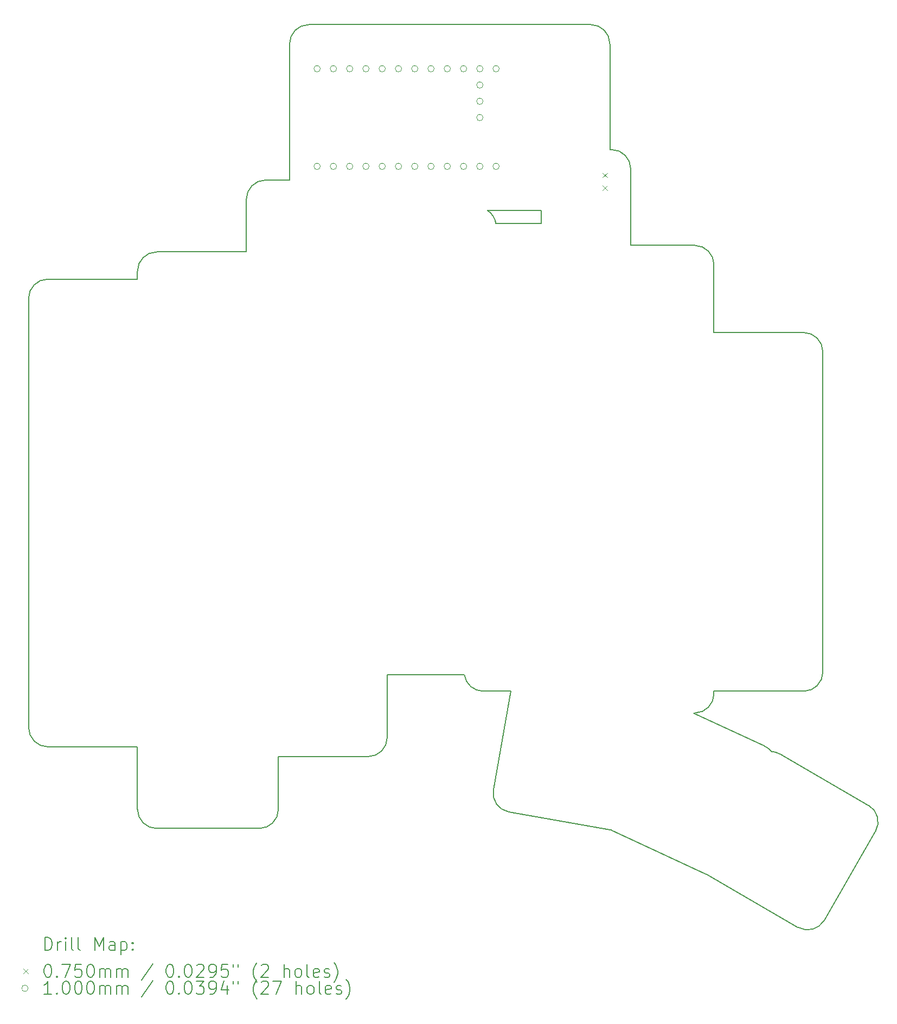
<source format=gbr>
%TF.GenerationSoftware,KiCad,Pcbnew,8.0.8+1*%
%TF.CreationDate,2025-08-10T15:44:02+00:00*%
%TF.ProjectId,left_pcb,6c656674-5f70-4636-922e-6b696361645f,v0.2*%
%TF.SameCoordinates,Original*%
%TF.FileFunction,Drillmap*%
%TF.FilePolarity,Positive*%
%FSLAX45Y45*%
G04 Gerber Fmt 4.5, Leading zero omitted, Abs format (unit mm)*
G04 Created by KiCad (PCBNEW 8.0.8+1) date 2025-08-10 15:44:02*
%MOMM*%
%LPD*%
G01*
G04 APERTURE LIST*
%ADD10C,0.150000*%
%ADD11C,0.200000*%
%ADD12C,0.100000*%
G04 APERTURE END LIST*
D10*
X6300000Y-15375000D02*
X6300000Y-14553000D01*
X2700000Y-14400000D02*
X4100000Y-14400000D01*
X14795804Y-11583000D02*
G75*
G02*
X14800001Y-11633000I-295764J-50000D01*
G01*
X9500000Y-13533000D02*
G75*
G02*
X9203394Y-13278000I0J300000D01*
G01*
X13100000Y-13573000D02*
G75*
G02*
X12800000Y-13873000I-300000J0D01*
G01*
X13100000Y-13573000D02*
X13100000Y-13533000D01*
X9926778Y-13533000D02*
X9655793Y-15069833D01*
X13026510Y-16417645D02*
G75*
G02*
X12993850Y-16395819I150030J259855D01*
G01*
X12800000Y-6573000D02*
X11800000Y-6573000D01*
X13100000Y-7933000D02*
X13100000Y-6873000D01*
X14821958Y-17107837D02*
X15621958Y-15722197D01*
X6475000Y-5553000D02*
X6100000Y-5553000D01*
X2404196Y-12450000D02*
G75*
G02*
X2399999Y-12400000I295764J50000D01*
G01*
X4100000Y-6975000D02*
G75*
G02*
X4400000Y-6675000I300000J0D01*
G01*
X4100000Y-7100000D02*
X2700000Y-7100000D01*
X14821958Y-17107837D02*
G75*
G02*
X14412150Y-17217647I-259808J149997D01*
G01*
X10400000Y-6233000D02*
X9696606Y-6233000D01*
X4400000Y-15675000D02*
G75*
G02*
X4100000Y-15375000I0J300000D01*
G01*
X11800000Y-6573000D02*
X11800000Y-5377000D01*
X4100000Y-6975000D02*
X4100000Y-7100000D01*
X12783205Y-13873000D02*
X12800000Y-13873000D01*
X11175000Y-3127000D02*
G75*
G02*
X11475000Y-3427000I0J-300000D01*
G01*
X2400000Y-10800000D02*
G75*
G02*
X2404196Y-10750000I300020J0D01*
G01*
X6300000Y-15375000D02*
G75*
G02*
X6000000Y-15675000I-300000J0D01*
G01*
X4100000Y-14400000D02*
X4100000Y-15375000D01*
X2400000Y-9100000D02*
G75*
G02*
X2404196Y-9050000I300020J0D01*
G01*
X14800000Y-13233000D02*
X14800000Y-11633000D01*
X11507146Y-15705395D02*
G75*
G02*
X11491809Y-15697702I126574J271465D01*
G01*
X14800000Y-11533000D02*
X14800000Y-9933000D01*
X2404196Y-9050000D02*
G75*
G02*
X2399999Y-9000000I295764J50000D01*
G01*
X14800000Y-11533000D02*
G75*
G02*
X14795804Y-11583000I-300020J0D01*
G01*
X8000000Y-14253000D02*
G75*
G02*
X7700000Y-14553000I-300000J0D01*
G01*
X2400000Y-12500000D02*
G75*
G02*
X2404196Y-12450000I300020J0D01*
G01*
X6300000Y-14553000D02*
X7700000Y-14553000D01*
X2400000Y-7400000D02*
G75*
G02*
X2700000Y-7100000I300000J0D01*
G01*
X11475000Y-5077000D02*
X11475000Y-3427000D01*
X14800000Y-9833000D02*
G75*
G02*
X14795804Y-9883000I-300020J0D01*
G01*
X15512151Y-15312389D02*
X14126510Y-14512389D01*
X6475000Y-3427000D02*
G75*
G02*
X6775000Y-3127000I300000J0D01*
G01*
X4400000Y-15675000D02*
X6000000Y-15675000D01*
X2404196Y-10750000D02*
G75*
G02*
X2399999Y-10700000I295764J50000D01*
G01*
X11507146Y-15705395D02*
X12957239Y-16381585D01*
X14500000Y-7933000D02*
G75*
G02*
X14800000Y-8233000I0J-300000D01*
G01*
X2400000Y-12500000D02*
X2400000Y-14100000D01*
X2700000Y-14400000D02*
G75*
G02*
X2400000Y-14100000I0J300000D01*
G01*
X11500000Y-5077000D02*
X11475000Y-5077000D01*
X11175000Y-3127000D02*
X6775000Y-3127000D01*
X2400000Y-7400000D02*
X2400000Y-9000000D01*
X9564314Y-6027000D02*
X10400000Y-6027000D01*
X14500000Y-7933000D02*
X13100000Y-7933000D01*
X5800000Y-5853000D02*
X5800000Y-6675000D01*
X13100000Y-13533000D02*
X14500000Y-13533000D01*
X14800000Y-9833000D02*
X14800000Y-8233000D01*
X12993850Y-16395819D02*
G75*
G02*
X12957239Y-16381585I90210J286229D01*
G01*
X12800000Y-6573000D02*
G75*
G02*
X13100000Y-6873000I0J-300000D01*
G01*
X8000000Y-13278000D02*
X9203394Y-13278000D01*
X10400000Y-6027000D02*
X10400000Y-6233000D01*
X9899141Y-15417370D02*
X11474833Y-15695207D01*
X11500000Y-5077000D02*
G75*
G02*
X11800000Y-5377000I0J-300000D01*
G01*
X5800000Y-5853000D02*
G75*
G02*
X6100000Y-5553000I300000J0D01*
G01*
X13886999Y-14387707D02*
G75*
G02*
X13994931Y-14472762I-126799J-271913D01*
G01*
X14800000Y-13233000D02*
G75*
G02*
X14500000Y-13533000I-300000J0D01*
G01*
X9564314Y-6027000D02*
G75*
G02*
X9696606Y-6233000I-164314J-251000D01*
G01*
X14795804Y-9883000D02*
G75*
G02*
X14800001Y-9933000I-295764J-50000D01*
G01*
X5800000Y-6675000D02*
X4400000Y-6675000D01*
X8000000Y-14253000D02*
X8000000Y-13278000D01*
X13886999Y-14387707D02*
X12783205Y-13873000D01*
X2400000Y-9100000D02*
X2400000Y-10700000D01*
X11491809Y-15697702D02*
G75*
G02*
X11474833Y-15695207I35101J297802D01*
G01*
X9899141Y-15417370D02*
G75*
G02*
X9655796Y-15069834I52109J295450D01*
G01*
X2400000Y-10800000D02*
X2400000Y-12400000D01*
X13026510Y-16417645D02*
X14412151Y-17217645D01*
X15512151Y-15312389D02*
G75*
G02*
X15621965Y-15722201I-149991J-259811D01*
G01*
X6475000Y-3427000D02*
X6475000Y-5553000D01*
X9500000Y-13533000D02*
X9926778Y-13533000D01*
X13994930Y-14472763D02*
G75*
G02*
X14126510Y-14512390I-18420J-299427D01*
G01*
D11*
D12*
X11362500Y-5439500D02*
X11437500Y-5514500D01*
X11437500Y-5439500D02*
X11362500Y-5514500D01*
X11362500Y-5639500D02*
X11437500Y-5714500D01*
X11437500Y-5639500D02*
X11362500Y-5714500D01*
X6955000Y-3815000D02*
G75*
G02*
X6855000Y-3815000I-50000J0D01*
G01*
X6855000Y-3815000D02*
G75*
G02*
X6955000Y-3815000I50000J0D01*
G01*
X6955000Y-5339000D02*
G75*
G02*
X6855000Y-5339000I-50000J0D01*
G01*
X6855000Y-5339000D02*
G75*
G02*
X6955000Y-5339000I50000J0D01*
G01*
X7209000Y-3815000D02*
G75*
G02*
X7109000Y-3815000I-50000J0D01*
G01*
X7109000Y-3815000D02*
G75*
G02*
X7209000Y-3815000I50000J0D01*
G01*
X7209000Y-5339000D02*
G75*
G02*
X7109000Y-5339000I-50000J0D01*
G01*
X7109000Y-5339000D02*
G75*
G02*
X7209000Y-5339000I50000J0D01*
G01*
X7463000Y-3815000D02*
G75*
G02*
X7363000Y-3815000I-50000J0D01*
G01*
X7363000Y-3815000D02*
G75*
G02*
X7463000Y-3815000I50000J0D01*
G01*
X7463000Y-5339000D02*
G75*
G02*
X7363000Y-5339000I-50000J0D01*
G01*
X7363000Y-5339000D02*
G75*
G02*
X7463000Y-5339000I50000J0D01*
G01*
X7717000Y-3815000D02*
G75*
G02*
X7617000Y-3815000I-50000J0D01*
G01*
X7617000Y-3815000D02*
G75*
G02*
X7717000Y-3815000I50000J0D01*
G01*
X7717000Y-5339000D02*
G75*
G02*
X7617000Y-5339000I-50000J0D01*
G01*
X7617000Y-5339000D02*
G75*
G02*
X7717000Y-5339000I50000J0D01*
G01*
X7971000Y-3815000D02*
G75*
G02*
X7871000Y-3815000I-50000J0D01*
G01*
X7871000Y-3815000D02*
G75*
G02*
X7971000Y-3815000I50000J0D01*
G01*
X7971000Y-5339000D02*
G75*
G02*
X7871000Y-5339000I-50000J0D01*
G01*
X7871000Y-5339000D02*
G75*
G02*
X7971000Y-5339000I50000J0D01*
G01*
X8225000Y-3815000D02*
G75*
G02*
X8125000Y-3815000I-50000J0D01*
G01*
X8125000Y-3815000D02*
G75*
G02*
X8225000Y-3815000I50000J0D01*
G01*
X8225000Y-5339000D02*
G75*
G02*
X8125000Y-5339000I-50000J0D01*
G01*
X8125000Y-5339000D02*
G75*
G02*
X8225000Y-5339000I50000J0D01*
G01*
X8479000Y-3815000D02*
G75*
G02*
X8379000Y-3815000I-50000J0D01*
G01*
X8379000Y-3815000D02*
G75*
G02*
X8479000Y-3815000I50000J0D01*
G01*
X8479000Y-5339000D02*
G75*
G02*
X8379000Y-5339000I-50000J0D01*
G01*
X8379000Y-5339000D02*
G75*
G02*
X8479000Y-5339000I50000J0D01*
G01*
X8733000Y-3815000D02*
G75*
G02*
X8633000Y-3815000I-50000J0D01*
G01*
X8633000Y-3815000D02*
G75*
G02*
X8733000Y-3815000I50000J0D01*
G01*
X8733000Y-5339000D02*
G75*
G02*
X8633000Y-5339000I-50000J0D01*
G01*
X8633000Y-5339000D02*
G75*
G02*
X8733000Y-5339000I50000J0D01*
G01*
X8987000Y-3815000D02*
G75*
G02*
X8887000Y-3815000I-50000J0D01*
G01*
X8887000Y-3815000D02*
G75*
G02*
X8987000Y-3815000I50000J0D01*
G01*
X8987000Y-5339000D02*
G75*
G02*
X8887000Y-5339000I-50000J0D01*
G01*
X8887000Y-5339000D02*
G75*
G02*
X8987000Y-5339000I50000J0D01*
G01*
X9241000Y-3815000D02*
G75*
G02*
X9141000Y-3815000I-50000J0D01*
G01*
X9141000Y-3815000D02*
G75*
G02*
X9241000Y-3815000I50000J0D01*
G01*
X9241000Y-5339000D02*
G75*
G02*
X9141000Y-5339000I-50000J0D01*
G01*
X9141000Y-5339000D02*
G75*
G02*
X9241000Y-5339000I50000J0D01*
G01*
X9495000Y-3815000D02*
G75*
G02*
X9395000Y-3815000I-50000J0D01*
G01*
X9395000Y-3815000D02*
G75*
G02*
X9495000Y-3815000I50000J0D01*
G01*
X9495000Y-4069000D02*
G75*
G02*
X9395000Y-4069000I-50000J0D01*
G01*
X9395000Y-4069000D02*
G75*
G02*
X9495000Y-4069000I50000J0D01*
G01*
X9495000Y-4323000D02*
G75*
G02*
X9395000Y-4323000I-50000J0D01*
G01*
X9395000Y-4323000D02*
G75*
G02*
X9495000Y-4323000I50000J0D01*
G01*
X9495000Y-4577000D02*
G75*
G02*
X9395000Y-4577000I-50000J0D01*
G01*
X9395000Y-4577000D02*
G75*
G02*
X9495000Y-4577000I50000J0D01*
G01*
X9495000Y-5339000D02*
G75*
G02*
X9395000Y-5339000I-50000J0D01*
G01*
X9395000Y-5339000D02*
G75*
G02*
X9495000Y-5339000I50000J0D01*
G01*
X9749000Y-3815000D02*
G75*
G02*
X9649000Y-3815000I-50000J0D01*
G01*
X9649000Y-3815000D02*
G75*
G02*
X9749000Y-3815000I50000J0D01*
G01*
X9749000Y-5339000D02*
G75*
G02*
X9649000Y-5339000I-50000J0D01*
G01*
X9649000Y-5339000D02*
G75*
G02*
X9749000Y-5339000I50000J0D01*
G01*
D11*
X2653277Y-17576823D02*
X2653277Y-17376823D01*
X2653277Y-17376823D02*
X2700896Y-17376823D01*
X2700896Y-17376823D02*
X2729467Y-17386347D01*
X2729467Y-17386347D02*
X2748515Y-17405395D01*
X2748515Y-17405395D02*
X2758039Y-17424442D01*
X2758039Y-17424442D02*
X2767563Y-17462537D01*
X2767563Y-17462537D02*
X2767563Y-17491109D01*
X2767563Y-17491109D02*
X2758039Y-17529204D01*
X2758039Y-17529204D02*
X2748515Y-17548252D01*
X2748515Y-17548252D02*
X2729467Y-17567299D01*
X2729467Y-17567299D02*
X2700896Y-17576823D01*
X2700896Y-17576823D02*
X2653277Y-17576823D01*
X2853277Y-17576823D02*
X2853277Y-17443490D01*
X2853277Y-17481585D02*
X2862801Y-17462537D01*
X2862801Y-17462537D02*
X2872324Y-17453014D01*
X2872324Y-17453014D02*
X2891372Y-17443490D01*
X2891372Y-17443490D02*
X2910420Y-17443490D01*
X2977086Y-17576823D02*
X2977086Y-17443490D01*
X2977086Y-17376823D02*
X2967562Y-17386347D01*
X2967562Y-17386347D02*
X2977086Y-17395871D01*
X2977086Y-17395871D02*
X2986610Y-17386347D01*
X2986610Y-17386347D02*
X2977086Y-17376823D01*
X2977086Y-17376823D02*
X2977086Y-17395871D01*
X3100896Y-17576823D02*
X3081848Y-17567299D01*
X3081848Y-17567299D02*
X3072324Y-17548252D01*
X3072324Y-17548252D02*
X3072324Y-17376823D01*
X3205658Y-17576823D02*
X3186610Y-17567299D01*
X3186610Y-17567299D02*
X3177086Y-17548252D01*
X3177086Y-17548252D02*
X3177086Y-17376823D01*
X3434229Y-17576823D02*
X3434229Y-17376823D01*
X3434229Y-17376823D02*
X3500896Y-17519680D01*
X3500896Y-17519680D02*
X3567562Y-17376823D01*
X3567562Y-17376823D02*
X3567562Y-17576823D01*
X3748515Y-17576823D02*
X3748515Y-17472061D01*
X3748515Y-17472061D02*
X3738991Y-17453014D01*
X3738991Y-17453014D02*
X3719943Y-17443490D01*
X3719943Y-17443490D02*
X3681848Y-17443490D01*
X3681848Y-17443490D02*
X3662801Y-17453014D01*
X3748515Y-17567299D02*
X3729467Y-17576823D01*
X3729467Y-17576823D02*
X3681848Y-17576823D01*
X3681848Y-17576823D02*
X3662801Y-17567299D01*
X3662801Y-17567299D02*
X3653277Y-17548252D01*
X3653277Y-17548252D02*
X3653277Y-17529204D01*
X3653277Y-17529204D02*
X3662801Y-17510156D01*
X3662801Y-17510156D02*
X3681848Y-17500633D01*
X3681848Y-17500633D02*
X3729467Y-17500633D01*
X3729467Y-17500633D02*
X3748515Y-17491109D01*
X3843753Y-17443490D02*
X3843753Y-17643490D01*
X3843753Y-17453014D02*
X3862801Y-17443490D01*
X3862801Y-17443490D02*
X3900896Y-17443490D01*
X3900896Y-17443490D02*
X3919943Y-17453014D01*
X3919943Y-17453014D02*
X3929467Y-17462537D01*
X3929467Y-17462537D02*
X3938991Y-17481585D01*
X3938991Y-17481585D02*
X3938991Y-17538728D01*
X3938991Y-17538728D02*
X3929467Y-17557775D01*
X3929467Y-17557775D02*
X3919943Y-17567299D01*
X3919943Y-17567299D02*
X3900896Y-17576823D01*
X3900896Y-17576823D02*
X3862801Y-17576823D01*
X3862801Y-17576823D02*
X3843753Y-17567299D01*
X4024705Y-17557775D02*
X4034229Y-17567299D01*
X4034229Y-17567299D02*
X4024705Y-17576823D01*
X4024705Y-17576823D02*
X4015182Y-17567299D01*
X4015182Y-17567299D02*
X4024705Y-17557775D01*
X4024705Y-17557775D02*
X4024705Y-17576823D01*
X4024705Y-17453014D02*
X4034229Y-17462537D01*
X4034229Y-17462537D02*
X4024705Y-17472061D01*
X4024705Y-17472061D02*
X4015182Y-17462537D01*
X4015182Y-17462537D02*
X4024705Y-17453014D01*
X4024705Y-17453014D02*
X4024705Y-17472061D01*
D12*
X2317500Y-17867839D02*
X2392500Y-17942839D01*
X2392500Y-17867839D02*
X2317500Y-17942839D01*
D11*
X2691372Y-17796823D02*
X2710420Y-17796823D01*
X2710420Y-17796823D02*
X2729467Y-17806347D01*
X2729467Y-17806347D02*
X2738991Y-17815871D01*
X2738991Y-17815871D02*
X2748515Y-17834918D01*
X2748515Y-17834918D02*
X2758039Y-17873014D01*
X2758039Y-17873014D02*
X2758039Y-17920633D01*
X2758039Y-17920633D02*
X2748515Y-17958728D01*
X2748515Y-17958728D02*
X2738991Y-17977775D01*
X2738991Y-17977775D02*
X2729467Y-17987299D01*
X2729467Y-17987299D02*
X2710420Y-17996823D01*
X2710420Y-17996823D02*
X2691372Y-17996823D01*
X2691372Y-17996823D02*
X2672324Y-17987299D01*
X2672324Y-17987299D02*
X2662801Y-17977775D01*
X2662801Y-17977775D02*
X2653277Y-17958728D01*
X2653277Y-17958728D02*
X2643753Y-17920633D01*
X2643753Y-17920633D02*
X2643753Y-17873014D01*
X2643753Y-17873014D02*
X2653277Y-17834918D01*
X2653277Y-17834918D02*
X2662801Y-17815871D01*
X2662801Y-17815871D02*
X2672324Y-17806347D01*
X2672324Y-17806347D02*
X2691372Y-17796823D01*
X2843753Y-17977775D02*
X2853277Y-17987299D01*
X2853277Y-17987299D02*
X2843753Y-17996823D01*
X2843753Y-17996823D02*
X2834229Y-17987299D01*
X2834229Y-17987299D02*
X2843753Y-17977775D01*
X2843753Y-17977775D02*
X2843753Y-17996823D01*
X2919943Y-17796823D02*
X3053277Y-17796823D01*
X3053277Y-17796823D02*
X2967562Y-17996823D01*
X3224705Y-17796823D02*
X3129467Y-17796823D01*
X3129467Y-17796823D02*
X3119943Y-17892061D01*
X3119943Y-17892061D02*
X3129467Y-17882537D01*
X3129467Y-17882537D02*
X3148515Y-17873014D01*
X3148515Y-17873014D02*
X3196134Y-17873014D01*
X3196134Y-17873014D02*
X3215182Y-17882537D01*
X3215182Y-17882537D02*
X3224705Y-17892061D01*
X3224705Y-17892061D02*
X3234229Y-17911109D01*
X3234229Y-17911109D02*
X3234229Y-17958728D01*
X3234229Y-17958728D02*
X3224705Y-17977775D01*
X3224705Y-17977775D02*
X3215182Y-17987299D01*
X3215182Y-17987299D02*
X3196134Y-17996823D01*
X3196134Y-17996823D02*
X3148515Y-17996823D01*
X3148515Y-17996823D02*
X3129467Y-17987299D01*
X3129467Y-17987299D02*
X3119943Y-17977775D01*
X3358039Y-17796823D02*
X3377086Y-17796823D01*
X3377086Y-17796823D02*
X3396134Y-17806347D01*
X3396134Y-17806347D02*
X3405658Y-17815871D01*
X3405658Y-17815871D02*
X3415182Y-17834918D01*
X3415182Y-17834918D02*
X3424705Y-17873014D01*
X3424705Y-17873014D02*
X3424705Y-17920633D01*
X3424705Y-17920633D02*
X3415182Y-17958728D01*
X3415182Y-17958728D02*
X3405658Y-17977775D01*
X3405658Y-17977775D02*
X3396134Y-17987299D01*
X3396134Y-17987299D02*
X3377086Y-17996823D01*
X3377086Y-17996823D02*
X3358039Y-17996823D01*
X3358039Y-17996823D02*
X3338991Y-17987299D01*
X3338991Y-17987299D02*
X3329467Y-17977775D01*
X3329467Y-17977775D02*
X3319943Y-17958728D01*
X3319943Y-17958728D02*
X3310420Y-17920633D01*
X3310420Y-17920633D02*
X3310420Y-17873014D01*
X3310420Y-17873014D02*
X3319943Y-17834918D01*
X3319943Y-17834918D02*
X3329467Y-17815871D01*
X3329467Y-17815871D02*
X3338991Y-17806347D01*
X3338991Y-17806347D02*
X3358039Y-17796823D01*
X3510420Y-17996823D02*
X3510420Y-17863490D01*
X3510420Y-17882537D02*
X3519943Y-17873014D01*
X3519943Y-17873014D02*
X3538991Y-17863490D01*
X3538991Y-17863490D02*
X3567563Y-17863490D01*
X3567563Y-17863490D02*
X3586610Y-17873014D01*
X3586610Y-17873014D02*
X3596134Y-17892061D01*
X3596134Y-17892061D02*
X3596134Y-17996823D01*
X3596134Y-17892061D02*
X3605658Y-17873014D01*
X3605658Y-17873014D02*
X3624705Y-17863490D01*
X3624705Y-17863490D02*
X3653277Y-17863490D01*
X3653277Y-17863490D02*
X3672324Y-17873014D01*
X3672324Y-17873014D02*
X3681848Y-17892061D01*
X3681848Y-17892061D02*
X3681848Y-17996823D01*
X3777086Y-17996823D02*
X3777086Y-17863490D01*
X3777086Y-17882537D02*
X3786610Y-17873014D01*
X3786610Y-17873014D02*
X3805658Y-17863490D01*
X3805658Y-17863490D02*
X3834229Y-17863490D01*
X3834229Y-17863490D02*
X3853277Y-17873014D01*
X3853277Y-17873014D02*
X3862801Y-17892061D01*
X3862801Y-17892061D02*
X3862801Y-17996823D01*
X3862801Y-17892061D02*
X3872324Y-17873014D01*
X3872324Y-17873014D02*
X3891372Y-17863490D01*
X3891372Y-17863490D02*
X3919943Y-17863490D01*
X3919943Y-17863490D02*
X3938991Y-17873014D01*
X3938991Y-17873014D02*
X3948515Y-17892061D01*
X3948515Y-17892061D02*
X3948515Y-17996823D01*
X4338991Y-17787299D02*
X4167563Y-18044442D01*
X4596134Y-17796823D02*
X4615182Y-17796823D01*
X4615182Y-17796823D02*
X4634229Y-17806347D01*
X4634229Y-17806347D02*
X4643753Y-17815871D01*
X4643753Y-17815871D02*
X4653277Y-17834918D01*
X4653277Y-17834918D02*
X4662801Y-17873014D01*
X4662801Y-17873014D02*
X4662801Y-17920633D01*
X4662801Y-17920633D02*
X4653277Y-17958728D01*
X4653277Y-17958728D02*
X4643753Y-17977775D01*
X4643753Y-17977775D02*
X4634229Y-17987299D01*
X4634229Y-17987299D02*
X4615182Y-17996823D01*
X4615182Y-17996823D02*
X4596134Y-17996823D01*
X4596134Y-17996823D02*
X4577087Y-17987299D01*
X4577087Y-17987299D02*
X4567563Y-17977775D01*
X4567563Y-17977775D02*
X4558039Y-17958728D01*
X4558039Y-17958728D02*
X4548515Y-17920633D01*
X4548515Y-17920633D02*
X4548515Y-17873014D01*
X4548515Y-17873014D02*
X4558039Y-17834918D01*
X4558039Y-17834918D02*
X4567563Y-17815871D01*
X4567563Y-17815871D02*
X4577087Y-17806347D01*
X4577087Y-17806347D02*
X4596134Y-17796823D01*
X4748515Y-17977775D02*
X4758039Y-17987299D01*
X4758039Y-17987299D02*
X4748515Y-17996823D01*
X4748515Y-17996823D02*
X4738991Y-17987299D01*
X4738991Y-17987299D02*
X4748515Y-17977775D01*
X4748515Y-17977775D02*
X4748515Y-17996823D01*
X4881848Y-17796823D02*
X4900896Y-17796823D01*
X4900896Y-17796823D02*
X4919944Y-17806347D01*
X4919944Y-17806347D02*
X4929468Y-17815871D01*
X4929468Y-17815871D02*
X4938991Y-17834918D01*
X4938991Y-17834918D02*
X4948515Y-17873014D01*
X4948515Y-17873014D02*
X4948515Y-17920633D01*
X4948515Y-17920633D02*
X4938991Y-17958728D01*
X4938991Y-17958728D02*
X4929468Y-17977775D01*
X4929468Y-17977775D02*
X4919944Y-17987299D01*
X4919944Y-17987299D02*
X4900896Y-17996823D01*
X4900896Y-17996823D02*
X4881848Y-17996823D01*
X4881848Y-17996823D02*
X4862801Y-17987299D01*
X4862801Y-17987299D02*
X4853277Y-17977775D01*
X4853277Y-17977775D02*
X4843753Y-17958728D01*
X4843753Y-17958728D02*
X4834229Y-17920633D01*
X4834229Y-17920633D02*
X4834229Y-17873014D01*
X4834229Y-17873014D02*
X4843753Y-17834918D01*
X4843753Y-17834918D02*
X4853277Y-17815871D01*
X4853277Y-17815871D02*
X4862801Y-17806347D01*
X4862801Y-17806347D02*
X4881848Y-17796823D01*
X5024706Y-17815871D02*
X5034229Y-17806347D01*
X5034229Y-17806347D02*
X5053277Y-17796823D01*
X5053277Y-17796823D02*
X5100896Y-17796823D01*
X5100896Y-17796823D02*
X5119944Y-17806347D01*
X5119944Y-17806347D02*
X5129468Y-17815871D01*
X5129468Y-17815871D02*
X5138991Y-17834918D01*
X5138991Y-17834918D02*
X5138991Y-17853966D01*
X5138991Y-17853966D02*
X5129468Y-17882537D01*
X5129468Y-17882537D02*
X5015182Y-17996823D01*
X5015182Y-17996823D02*
X5138991Y-17996823D01*
X5234229Y-17996823D02*
X5272325Y-17996823D01*
X5272325Y-17996823D02*
X5291372Y-17987299D01*
X5291372Y-17987299D02*
X5300896Y-17977775D01*
X5300896Y-17977775D02*
X5319944Y-17949204D01*
X5319944Y-17949204D02*
X5329468Y-17911109D01*
X5329468Y-17911109D02*
X5329468Y-17834918D01*
X5329468Y-17834918D02*
X5319944Y-17815871D01*
X5319944Y-17815871D02*
X5310420Y-17806347D01*
X5310420Y-17806347D02*
X5291372Y-17796823D01*
X5291372Y-17796823D02*
X5253277Y-17796823D01*
X5253277Y-17796823D02*
X5234229Y-17806347D01*
X5234229Y-17806347D02*
X5224706Y-17815871D01*
X5224706Y-17815871D02*
X5215182Y-17834918D01*
X5215182Y-17834918D02*
X5215182Y-17882537D01*
X5215182Y-17882537D02*
X5224706Y-17901585D01*
X5224706Y-17901585D02*
X5234229Y-17911109D01*
X5234229Y-17911109D02*
X5253277Y-17920633D01*
X5253277Y-17920633D02*
X5291372Y-17920633D01*
X5291372Y-17920633D02*
X5310420Y-17911109D01*
X5310420Y-17911109D02*
X5319944Y-17901585D01*
X5319944Y-17901585D02*
X5329468Y-17882537D01*
X5510420Y-17796823D02*
X5415182Y-17796823D01*
X5415182Y-17796823D02*
X5405658Y-17892061D01*
X5405658Y-17892061D02*
X5415182Y-17882537D01*
X5415182Y-17882537D02*
X5434229Y-17873014D01*
X5434229Y-17873014D02*
X5481849Y-17873014D01*
X5481849Y-17873014D02*
X5500896Y-17882537D01*
X5500896Y-17882537D02*
X5510420Y-17892061D01*
X5510420Y-17892061D02*
X5519944Y-17911109D01*
X5519944Y-17911109D02*
X5519944Y-17958728D01*
X5519944Y-17958728D02*
X5510420Y-17977775D01*
X5510420Y-17977775D02*
X5500896Y-17987299D01*
X5500896Y-17987299D02*
X5481849Y-17996823D01*
X5481849Y-17996823D02*
X5434229Y-17996823D01*
X5434229Y-17996823D02*
X5415182Y-17987299D01*
X5415182Y-17987299D02*
X5405658Y-17977775D01*
X5596134Y-17796823D02*
X5596134Y-17834918D01*
X5672325Y-17796823D02*
X5672325Y-17834918D01*
X5967563Y-18073014D02*
X5958039Y-18063490D01*
X5958039Y-18063490D02*
X5938991Y-18034918D01*
X5938991Y-18034918D02*
X5929468Y-18015871D01*
X5929468Y-18015871D02*
X5919944Y-17987299D01*
X5919944Y-17987299D02*
X5910420Y-17939680D01*
X5910420Y-17939680D02*
X5910420Y-17901585D01*
X5910420Y-17901585D02*
X5919944Y-17853966D01*
X5919944Y-17853966D02*
X5929468Y-17825395D01*
X5929468Y-17825395D02*
X5938991Y-17806347D01*
X5938991Y-17806347D02*
X5958039Y-17777775D01*
X5958039Y-17777775D02*
X5967563Y-17768252D01*
X6034229Y-17815871D02*
X6043753Y-17806347D01*
X6043753Y-17806347D02*
X6062801Y-17796823D01*
X6062801Y-17796823D02*
X6110420Y-17796823D01*
X6110420Y-17796823D02*
X6129468Y-17806347D01*
X6129468Y-17806347D02*
X6138991Y-17815871D01*
X6138991Y-17815871D02*
X6148515Y-17834918D01*
X6148515Y-17834918D02*
X6148515Y-17853966D01*
X6148515Y-17853966D02*
X6138991Y-17882537D01*
X6138991Y-17882537D02*
X6024706Y-17996823D01*
X6024706Y-17996823D02*
X6148515Y-17996823D01*
X6386610Y-17996823D02*
X6386610Y-17796823D01*
X6472325Y-17996823D02*
X6472325Y-17892061D01*
X6472325Y-17892061D02*
X6462801Y-17873014D01*
X6462801Y-17873014D02*
X6443753Y-17863490D01*
X6443753Y-17863490D02*
X6415182Y-17863490D01*
X6415182Y-17863490D02*
X6396134Y-17873014D01*
X6396134Y-17873014D02*
X6386610Y-17882537D01*
X6596134Y-17996823D02*
X6577087Y-17987299D01*
X6577087Y-17987299D02*
X6567563Y-17977775D01*
X6567563Y-17977775D02*
X6558039Y-17958728D01*
X6558039Y-17958728D02*
X6558039Y-17901585D01*
X6558039Y-17901585D02*
X6567563Y-17882537D01*
X6567563Y-17882537D02*
X6577087Y-17873014D01*
X6577087Y-17873014D02*
X6596134Y-17863490D01*
X6596134Y-17863490D02*
X6624706Y-17863490D01*
X6624706Y-17863490D02*
X6643753Y-17873014D01*
X6643753Y-17873014D02*
X6653277Y-17882537D01*
X6653277Y-17882537D02*
X6662801Y-17901585D01*
X6662801Y-17901585D02*
X6662801Y-17958728D01*
X6662801Y-17958728D02*
X6653277Y-17977775D01*
X6653277Y-17977775D02*
X6643753Y-17987299D01*
X6643753Y-17987299D02*
X6624706Y-17996823D01*
X6624706Y-17996823D02*
X6596134Y-17996823D01*
X6777087Y-17996823D02*
X6758039Y-17987299D01*
X6758039Y-17987299D02*
X6748515Y-17968252D01*
X6748515Y-17968252D02*
X6748515Y-17796823D01*
X6929468Y-17987299D02*
X6910420Y-17996823D01*
X6910420Y-17996823D02*
X6872325Y-17996823D01*
X6872325Y-17996823D02*
X6853277Y-17987299D01*
X6853277Y-17987299D02*
X6843753Y-17968252D01*
X6843753Y-17968252D02*
X6843753Y-17892061D01*
X6843753Y-17892061D02*
X6853277Y-17873014D01*
X6853277Y-17873014D02*
X6872325Y-17863490D01*
X6872325Y-17863490D02*
X6910420Y-17863490D01*
X6910420Y-17863490D02*
X6929468Y-17873014D01*
X6929468Y-17873014D02*
X6938991Y-17892061D01*
X6938991Y-17892061D02*
X6938991Y-17911109D01*
X6938991Y-17911109D02*
X6843753Y-17930156D01*
X7015182Y-17987299D02*
X7034230Y-17996823D01*
X7034230Y-17996823D02*
X7072325Y-17996823D01*
X7072325Y-17996823D02*
X7091372Y-17987299D01*
X7091372Y-17987299D02*
X7100896Y-17968252D01*
X7100896Y-17968252D02*
X7100896Y-17958728D01*
X7100896Y-17958728D02*
X7091372Y-17939680D01*
X7091372Y-17939680D02*
X7072325Y-17930156D01*
X7072325Y-17930156D02*
X7043753Y-17930156D01*
X7043753Y-17930156D02*
X7024706Y-17920633D01*
X7024706Y-17920633D02*
X7015182Y-17901585D01*
X7015182Y-17901585D02*
X7015182Y-17892061D01*
X7015182Y-17892061D02*
X7024706Y-17873014D01*
X7024706Y-17873014D02*
X7043753Y-17863490D01*
X7043753Y-17863490D02*
X7072325Y-17863490D01*
X7072325Y-17863490D02*
X7091372Y-17873014D01*
X7167563Y-18073014D02*
X7177087Y-18063490D01*
X7177087Y-18063490D02*
X7196134Y-18034918D01*
X7196134Y-18034918D02*
X7205658Y-18015871D01*
X7205658Y-18015871D02*
X7215182Y-17987299D01*
X7215182Y-17987299D02*
X7224706Y-17939680D01*
X7224706Y-17939680D02*
X7224706Y-17901585D01*
X7224706Y-17901585D02*
X7215182Y-17853966D01*
X7215182Y-17853966D02*
X7205658Y-17825395D01*
X7205658Y-17825395D02*
X7196134Y-17806347D01*
X7196134Y-17806347D02*
X7177087Y-17777775D01*
X7177087Y-17777775D02*
X7167563Y-17768252D01*
D12*
X2392500Y-18169339D02*
G75*
G02*
X2292500Y-18169339I-50000J0D01*
G01*
X2292500Y-18169339D02*
G75*
G02*
X2392500Y-18169339I50000J0D01*
G01*
D11*
X2758039Y-18260823D02*
X2643753Y-18260823D01*
X2700896Y-18260823D02*
X2700896Y-18060823D01*
X2700896Y-18060823D02*
X2681848Y-18089395D01*
X2681848Y-18089395D02*
X2662801Y-18108442D01*
X2662801Y-18108442D02*
X2643753Y-18117966D01*
X2843753Y-18241775D02*
X2853277Y-18251299D01*
X2853277Y-18251299D02*
X2843753Y-18260823D01*
X2843753Y-18260823D02*
X2834229Y-18251299D01*
X2834229Y-18251299D02*
X2843753Y-18241775D01*
X2843753Y-18241775D02*
X2843753Y-18260823D01*
X2977086Y-18060823D02*
X2996134Y-18060823D01*
X2996134Y-18060823D02*
X3015182Y-18070347D01*
X3015182Y-18070347D02*
X3024705Y-18079871D01*
X3024705Y-18079871D02*
X3034229Y-18098918D01*
X3034229Y-18098918D02*
X3043753Y-18137014D01*
X3043753Y-18137014D02*
X3043753Y-18184633D01*
X3043753Y-18184633D02*
X3034229Y-18222728D01*
X3034229Y-18222728D02*
X3024705Y-18241775D01*
X3024705Y-18241775D02*
X3015182Y-18251299D01*
X3015182Y-18251299D02*
X2996134Y-18260823D01*
X2996134Y-18260823D02*
X2977086Y-18260823D01*
X2977086Y-18260823D02*
X2958039Y-18251299D01*
X2958039Y-18251299D02*
X2948515Y-18241775D01*
X2948515Y-18241775D02*
X2938991Y-18222728D01*
X2938991Y-18222728D02*
X2929467Y-18184633D01*
X2929467Y-18184633D02*
X2929467Y-18137014D01*
X2929467Y-18137014D02*
X2938991Y-18098918D01*
X2938991Y-18098918D02*
X2948515Y-18079871D01*
X2948515Y-18079871D02*
X2958039Y-18070347D01*
X2958039Y-18070347D02*
X2977086Y-18060823D01*
X3167562Y-18060823D02*
X3186610Y-18060823D01*
X3186610Y-18060823D02*
X3205658Y-18070347D01*
X3205658Y-18070347D02*
X3215182Y-18079871D01*
X3215182Y-18079871D02*
X3224705Y-18098918D01*
X3224705Y-18098918D02*
X3234229Y-18137014D01*
X3234229Y-18137014D02*
X3234229Y-18184633D01*
X3234229Y-18184633D02*
X3224705Y-18222728D01*
X3224705Y-18222728D02*
X3215182Y-18241775D01*
X3215182Y-18241775D02*
X3205658Y-18251299D01*
X3205658Y-18251299D02*
X3186610Y-18260823D01*
X3186610Y-18260823D02*
X3167562Y-18260823D01*
X3167562Y-18260823D02*
X3148515Y-18251299D01*
X3148515Y-18251299D02*
X3138991Y-18241775D01*
X3138991Y-18241775D02*
X3129467Y-18222728D01*
X3129467Y-18222728D02*
X3119943Y-18184633D01*
X3119943Y-18184633D02*
X3119943Y-18137014D01*
X3119943Y-18137014D02*
X3129467Y-18098918D01*
X3129467Y-18098918D02*
X3138991Y-18079871D01*
X3138991Y-18079871D02*
X3148515Y-18070347D01*
X3148515Y-18070347D02*
X3167562Y-18060823D01*
X3358039Y-18060823D02*
X3377086Y-18060823D01*
X3377086Y-18060823D02*
X3396134Y-18070347D01*
X3396134Y-18070347D02*
X3405658Y-18079871D01*
X3405658Y-18079871D02*
X3415182Y-18098918D01*
X3415182Y-18098918D02*
X3424705Y-18137014D01*
X3424705Y-18137014D02*
X3424705Y-18184633D01*
X3424705Y-18184633D02*
X3415182Y-18222728D01*
X3415182Y-18222728D02*
X3405658Y-18241775D01*
X3405658Y-18241775D02*
X3396134Y-18251299D01*
X3396134Y-18251299D02*
X3377086Y-18260823D01*
X3377086Y-18260823D02*
X3358039Y-18260823D01*
X3358039Y-18260823D02*
X3338991Y-18251299D01*
X3338991Y-18251299D02*
X3329467Y-18241775D01*
X3329467Y-18241775D02*
X3319943Y-18222728D01*
X3319943Y-18222728D02*
X3310420Y-18184633D01*
X3310420Y-18184633D02*
X3310420Y-18137014D01*
X3310420Y-18137014D02*
X3319943Y-18098918D01*
X3319943Y-18098918D02*
X3329467Y-18079871D01*
X3329467Y-18079871D02*
X3338991Y-18070347D01*
X3338991Y-18070347D02*
X3358039Y-18060823D01*
X3510420Y-18260823D02*
X3510420Y-18127490D01*
X3510420Y-18146537D02*
X3519943Y-18137014D01*
X3519943Y-18137014D02*
X3538991Y-18127490D01*
X3538991Y-18127490D02*
X3567563Y-18127490D01*
X3567563Y-18127490D02*
X3586610Y-18137014D01*
X3586610Y-18137014D02*
X3596134Y-18156061D01*
X3596134Y-18156061D02*
X3596134Y-18260823D01*
X3596134Y-18156061D02*
X3605658Y-18137014D01*
X3605658Y-18137014D02*
X3624705Y-18127490D01*
X3624705Y-18127490D02*
X3653277Y-18127490D01*
X3653277Y-18127490D02*
X3672324Y-18137014D01*
X3672324Y-18137014D02*
X3681848Y-18156061D01*
X3681848Y-18156061D02*
X3681848Y-18260823D01*
X3777086Y-18260823D02*
X3777086Y-18127490D01*
X3777086Y-18146537D02*
X3786610Y-18137014D01*
X3786610Y-18137014D02*
X3805658Y-18127490D01*
X3805658Y-18127490D02*
X3834229Y-18127490D01*
X3834229Y-18127490D02*
X3853277Y-18137014D01*
X3853277Y-18137014D02*
X3862801Y-18156061D01*
X3862801Y-18156061D02*
X3862801Y-18260823D01*
X3862801Y-18156061D02*
X3872324Y-18137014D01*
X3872324Y-18137014D02*
X3891372Y-18127490D01*
X3891372Y-18127490D02*
X3919943Y-18127490D01*
X3919943Y-18127490D02*
X3938991Y-18137014D01*
X3938991Y-18137014D02*
X3948515Y-18156061D01*
X3948515Y-18156061D02*
X3948515Y-18260823D01*
X4338991Y-18051299D02*
X4167563Y-18308442D01*
X4596134Y-18060823D02*
X4615182Y-18060823D01*
X4615182Y-18060823D02*
X4634229Y-18070347D01*
X4634229Y-18070347D02*
X4643753Y-18079871D01*
X4643753Y-18079871D02*
X4653277Y-18098918D01*
X4653277Y-18098918D02*
X4662801Y-18137014D01*
X4662801Y-18137014D02*
X4662801Y-18184633D01*
X4662801Y-18184633D02*
X4653277Y-18222728D01*
X4653277Y-18222728D02*
X4643753Y-18241775D01*
X4643753Y-18241775D02*
X4634229Y-18251299D01*
X4634229Y-18251299D02*
X4615182Y-18260823D01*
X4615182Y-18260823D02*
X4596134Y-18260823D01*
X4596134Y-18260823D02*
X4577087Y-18251299D01*
X4577087Y-18251299D02*
X4567563Y-18241775D01*
X4567563Y-18241775D02*
X4558039Y-18222728D01*
X4558039Y-18222728D02*
X4548515Y-18184633D01*
X4548515Y-18184633D02*
X4548515Y-18137014D01*
X4548515Y-18137014D02*
X4558039Y-18098918D01*
X4558039Y-18098918D02*
X4567563Y-18079871D01*
X4567563Y-18079871D02*
X4577087Y-18070347D01*
X4577087Y-18070347D02*
X4596134Y-18060823D01*
X4748515Y-18241775D02*
X4758039Y-18251299D01*
X4758039Y-18251299D02*
X4748515Y-18260823D01*
X4748515Y-18260823D02*
X4738991Y-18251299D01*
X4738991Y-18251299D02*
X4748515Y-18241775D01*
X4748515Y-18241775D02*
X4748515Y-18260823D01*
X4881848Y-18060823D02*
X4900896Y-18060823D01*
X4900896Y-18060823D02*
X4919944Y-18070347D01*
X4919944Y-18070347D02*
X4929468Y-18079871D01*
X4929468Y-18079871D02*
X4938991Y-18098918D01*
X4938991Y-18098918D02*
X4948515Y-18137014D01*
X4948515Y-18137014D02*
X4948515Y-18184633D01*
X4948515Y-18184633D02*
X4938991Y-18222728D01*
X4938991Y-18222728D02*
X4929468Y-18241775D01*
X4929468Y-18241775D02*
X4919944Y-18251299D01*
X4919944Y-18251299D02*
X4900896Y-18260823D01*
X4900896Y-18260823D02*
X4881848Y-18260823D01*
X4881848Y-18260823D02*
X4862801Y-18251299D01*
X4862801Y-18251299D02*
X4853277Y-18241775D01*
X4853277Y-18241775D02*
X4843753Y-18222728D01*
X4843753Y-18222728D02*
X4834229Y-18184633D01*
X4834229Y-18184633D02*
X4834229Y-18137014D01*
X4834229Y-18137014D02*
X4843753Y-18098918D01*
X4843753Y-18098918D02*
X4853277Y-18079871D01*
X4853277Y-18079871D02*
X4862801Y-18070347D01*
X4862801Y-18070347D02*
X4881848Y-18060823D01*
X5015182Y-18060823D02*
X5138991Y-18060823D01*
X5138991Y-18060823D02*
X5072325Y-18137014D01*
X5072325Y-18137014D02*
X5100896Y-18137014D01*
X5100896Y-18137014D02*
X5119944Y-18146537D01*
X5119944Y-18146537D02*
X5129468Y-18156061D01*
X5129468Y-18156061D02*
X5138991Y-18175109D01*
X5138991Y-18175109D02*
X5138991Y-18222728D01*
X5138991Y-18222728D02*
X5129468Y-18241775D01*
X5129468Y-18241775D02*
X5119944Y-18251299D01*
X5119944Y-18251299D02*
X5100896Y-18260823D01*
X5100896Y-18260823D02*
X5043753Y-18260823D01*
X5043753Y-18260823D02*
X5024706Y-18251299D01*
X5024706Y-18251299D02*
X5015182Y-18241775D01*
X5234229Y-18260823D02*
X5272325Y-18260823D01*
X5272325Y-18260823D02*
X5291372Y-18251299D01*
X5291372Y-18251299D02*
X5300896Y-18241775D01*
X5300896Y-18241775D02*
X5319944Y-18213204D01*
X5319944Y-18213204D02*
X5329468Y-18175109D01*
X5329468Y-18175109D02*
X5329468Y-18098918D01*
X5329468Y-18098918D02*
X5319944Y-18079871D01*
X5319944Y-18079871D02*
X5310420Y-18070347D01*
X5310420Y-18070347D02*
X5291372Y-18060823D01*
X5291372Y-18060823D02*
X5253277Y-18060823D01*
X5253277Y-18060823D02*
X5234229Y-18070347D01*
X5234229Y-18070347D02*
X5224706Y-18079871D01*
X5224706Y-18079871D02*
X5215182Y-18098918D01*
X5215182Y-18098918D02*
X5215182Y-18146537D01*
X5215182Y-18146537D02*
X5224706Y-18165585D01*
X5224706Y-18165585D02*
X5234229Y-18175109D01*
X5234229Y-18175109D02*
X5253277Y-18184633D01*
X5253277Y-18184633D02*
X5291372Y-18184633D01*
X5291372Y-18184633D02*
X5310420Y-18175109D01*
X5310420Y-18175109D02*
X5319944Y-18165585D01*
X5319944Y-18165585D02*
X5329468Y-18146537D01*
X5500896Y-18127490D02*
X5500896Y-18260823D01*
X5453277Y-18051299D02*
X5405658Y-18194156D01*
X5405658Y-18194156D02*
X5529468Y-18194156D01*
X5596134Y-18060823D02*
X5596134Y-18098918D01*
X5672325Y-18060823D02*
X5672325Y-18098918D01*
X5967563Y-18337014D02*
X5958039Y-18327490D01*
X5958039Y-18327490D02*
X5938991Y-18298918D01*
X5938991Y-18298918D02*
X5929468Y-18279871D01*
X5929468Y-18279871D02*
X5919944Y-18251299D01*
X5919944Y-18251299D02*
X5910420Y-18203680D01*
X5910420Y-18203680D02*
X5910420Y-18165585D01*
X5910420Y-18165585D02*
X5919944Y-18117966D01*
X5919944Y-18117966D02*
X5929468Y-18089395D01*
X5929468Y-18089395D02*
X5938991Y-18070347D01*
X5938991Y-18070347D02*
X5958039Y-18041775D01*
X5958039Y-18041775D02*
X5967563Y-18032252D01*
X6034229Y-18079871D02*
X6043753Y-18070347D01*
X6043753Y-18070347D02*
X6062801Y-18060823D01*
X6062801Y-18060823D02*
X6110420Y-18060823D01*
X6110420Y-18060823D02*
X6129468Y-18070347D01*
X6129468Y-18070347D02*
X6138991Y-18079871D01*
X6138991Y-18079871D02*
X6148515Y-18098918D01*
X6148515Y-18098918D02*
X6148515Y-18117966D01*
X6148515Y-18117966D02*
X6138991Y-18146537D01*
X6138991Y-18146537D02*
X6024706Y-18260823D01*
X6024706Y-18260823D02*
X6148515Y-18260823D01*
X6215182Y-18060823D02*
X6348515Y-18060823D01*
X6348515Y-18060823D02*
X6262801Y-18260823D01*
X6577087Y-18260823D02*
X6577087Y-18060823D01*
X6662801Y-18260823D02*
X6662801Y-18156061D01*
X6662801Y-18156061D02*
X6653277Y-18137014D01*
X6653277Y-18137014D02*
X6634230Y-18127490D01*
X6634230Y-18127490D02*
X6605658Y-18127490D01*
X6605658Y-18127490D02*
X6586610Y-18137014D01*
X6586610Y-18137014D02*
X6577087Y-18146537D01*
X6786610Y-18260823D02*
X6767563Y-18251299D01*
X6767563Y-18251299D02*
X6758039Y-18241775D01*
X6758039Y-18241775D02*
X6748515Y-18222728D01*
X6748515Y-18222728D02*
X6748515Y-18165585D01*
X6748515Y-18165585D02*
X6758039Y-18146537D01*
X6758039Y-18146537D02*
X6767563Y-18137014D01*
X6767563Y-18137014D02*
X6786610Y-18127490D01*
X6786610Y-18127490D02*
X6815182Y-18127490D01*
X6815182Y-18127490D02*
X6834230Y-18137014D01*
X6834230Y-18137014D02*
X6843753Y-18146537D01*
X6843753Y-18146537D02*
X6853277Y-18165585D01*
X6853277Y-18165585D02*
X6853277Y-18222728D01*
X6853277Y-18222728D02*
X6843753Y-18241775D01*
X6843753Y-18241775D02*
X6834230Y-18251299D01*
X6834230Y-18251299D02*
X6815182Y-18260823D01*
X6815182Y-18260823D02*
X6786610Y-18260823D01*
X6967563Y-18260823D02*
X6948515Y-18251299D01*
X6948515Y-18251299D02*
X6938991Y-18232252D01*
X6938991Y-18232252D02*
X6938991Y-18060823D01*
X7119944Y-18251299D02*
X7100896Y-18260823D01*
X7100896Y-18260823D02*
X7062801Y-18260823D01*
X7062801Y-18260823D02*
X7043753Y-18251299D01*
X7043753Y-18251299D02*
X7034230Y-18232252D01*
X7034230Y-18232252D02*
X7034230Y-18156061D01*
X7034230Y-18156061D02*
X7043753Y-18137014D01*
X7043753Y-18137014D02*
X7062801Y-18127490D01*
X7062801Y-18127490D02*
X7100896Y-18127490D01*
X7100896Y-18127490D02*
X7119944Y-18137014D01*
X7119944Y-18137014D02*
X7129468Y-18156061D01*
X7129468Y-18156061D02*
X7129468Y-18175109D01*
X7129468Y-18175109D02*
X7034230Y-18194156D01*
X7205658Y-18251299D02*
X7224706Y-18260823D01*
X7224706Y-18260823D02*
X7262801Y-18260823D01*
X7262801Y-18260823D02*
X7281849Y-18251299D01*
X7281849Y-18251299D02*
X7291372Y-18232252D01*
X7291372Y-18232252D02*
X7291372Y-18222728D01*
X7291372Y-18222728D02*
X7281849Y-18203680D01*
X7281849Y-18203680D02*
X7262801Y-18194156D01*
X7262801Y-18194156D02*
X7234230Y-18194156D01*
X7234230Y-18194156D02*
X7215182Y-18184633D01*
X7215182Y-18184633D02*
X7205658Y-18165585D01*
X7205658Y-18165585D02*
X7205658Y-18156061D01*
X7205658Y-18156061D02*
X7215182Y-18137014D01*
X7215182Y-18137014D02*
X7234230Y-18127490D01*
X7234230Y-18127490D02*
X7262801Y-18127490D01*
X7262801Y-18127490D02*
X7281849Y-18137014D01*
X7358039Y-18337014D02*
X7367563Y-18327490D01*
X7367563Y-18327490D02*
X7386611Y-18298918D01*
X7386611Y-18298918D02*
X7396134Y-18279871D01*
X7396134Y-18279871D02*
X7405658Y-18251299D01*
X7405658Y-18251299D02*
X7415182Y-18203680D01*
X7415182Y-18203680D02*
X7415182Y-18165585D01*
X7415182Y-18165585D02*
X7405658Y-18117966D01*
X7405658Y-18117966D02*
X7396134Y-18089395D01*
X7396134Y-18089395D02*
X7386611Y-18070347D01*
X7386611Y-18070347D02*
X7367563Y-18041775D01*
X7367563Y-18041775D02*
X7358039Y-18032252D01*
M02*

</source>
